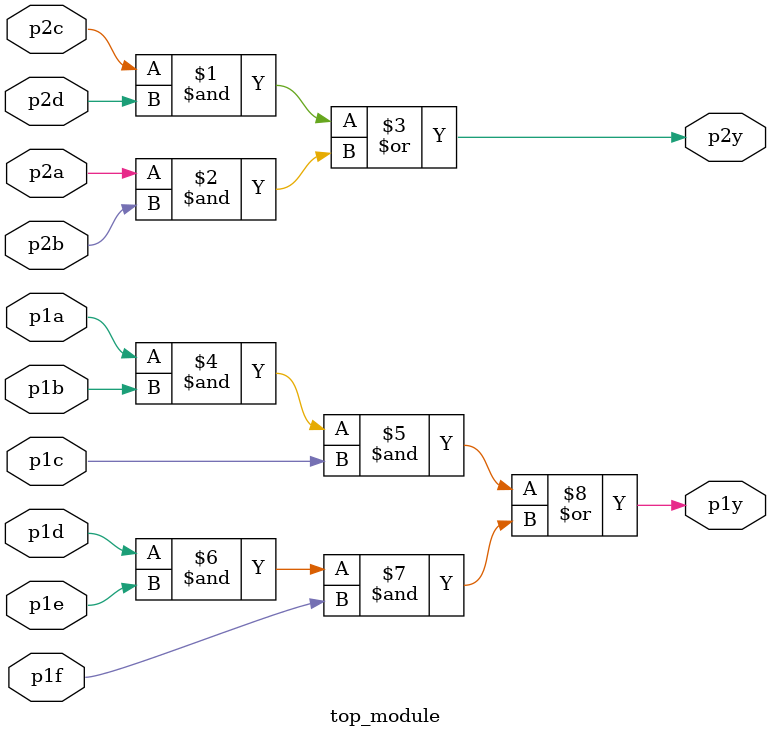
<source format=v>
module top_module(p1a,p2a,p2b,p2c,p2d,p2y,p1y,p1d,p1e,p1f,p1b,p1c);
    input p1a,p2a,p2b,p2c,p2d,p1d,p1e,p1f,p1b,p1c;
    output p2y,p1y;
    /*wire t1,t2,t3,t4;        |we can also use this code 
    and (t1,p2a,p2b);          |both are correct
    and (t2,p1a,p1b,p1c);      |
    and (t3,p2c,p2d);          |
    and (t4,p1f,p1e,p1d);      |
    or (p2y,t1,t3);            |
    or (p1y,t2,t4);*/
    assign p2y = (p2c&p2d)|(p2a&p2b);
    assign p1y = (p1a&p1b&p1c)|(p1d&p1e&p1f);
endmodule

</source>
